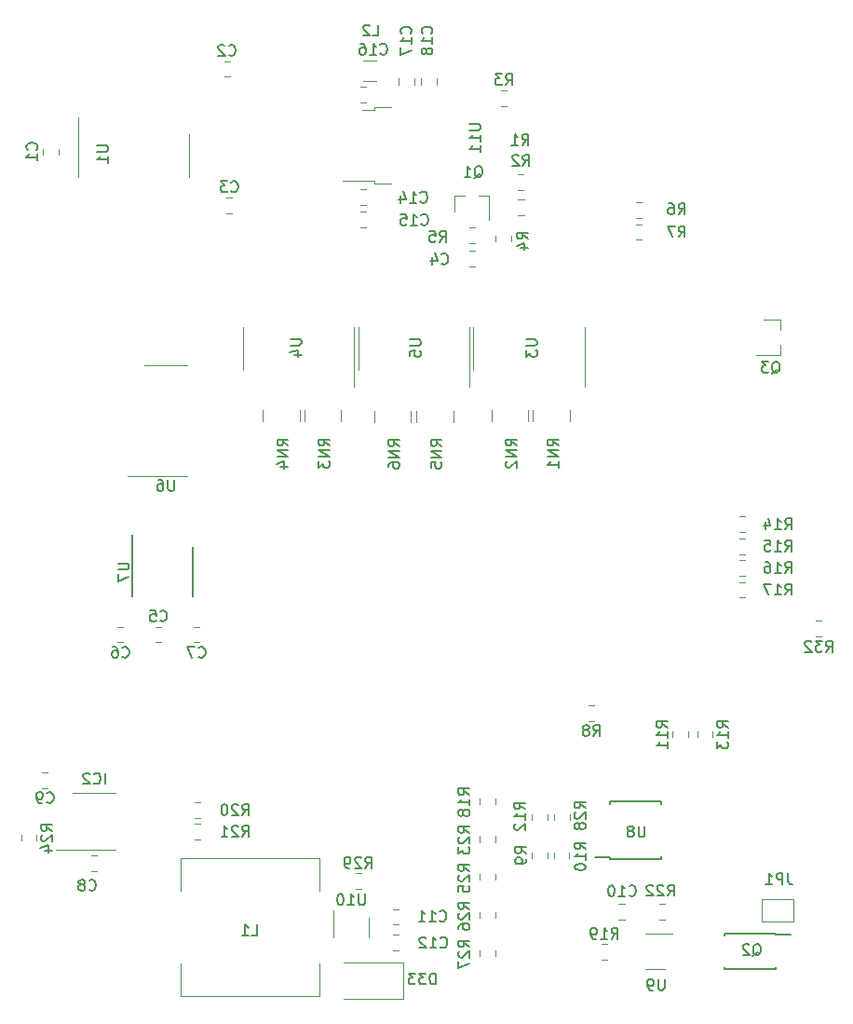
<source format=gbr>
G04 #@! TF.GenerationSoftware,KiCad,Pcbnew,(5.1.5)-3*
G04 #@! TF.CreationDate,2020-05-04T23:08:05+02:00*
G04 #@! TF.ProjectId,TrackRay_H01,54726163-6b52-4617-995f-4830312e6b69,rev?*
G04 #@! TF.SameCoordinates,Original*
G04 #@! TF.FileFunction,Legend,Bot*
G04 #@! TF.FilePolarity,Positive*
%FSLAX46Y46*%
G04 Gerber Fmt 4.6, Leading zero omitted, Abs format (unit mm)*
G04 Created by KiCad (PCBNEW (5.1.5)-3) date 2020-05-04 23:08:05*
%MOMM*%
%LPD*%
G04 APERTURE LIST*
%ADD10C,0.120000*%
%ADD11C,0.150000*%
G04 APERTURE END LIST*
D10*
X74566422Y-58715000D02*
X75083578Y-58715000D01*
X74566422Y-60135000D02*
X75083578Y-60135000D01*
X34405000Y-12320000D02*
X33305000Y-12320000D01*
X34405000Y-12050000D02*
X34405000Y-12320000D01*
X35905000Y-12050000D02*
X34405000Y-12050000D01*
X34405000Y-18680000D02*
X31575000Y-18680000D01*
X34405000Y-18950000D02*
X34405000Y-18680000D01*
X35905000Y-18950000D02*
X34405000Y-18950000D01*
X72475000Y-84025000D02*
X69675000Y-84025000D01*
X69675000Y-84025000D02*
X69675000Y-86025000D01*
X69675000Y-86025000D02*
X72475000Y-86025000D01*
X72475000Y-86025000D02*
X72475000Y-84025000D01*
D11*
X55866400Y-80224000D02*
X54516400Y-80224000D01*
X55866400Y-75099000D02*
X60516400Y-75099000D01*
X55866400Y-80349000D02*
X60516400Y-80349000D01*
X55866400Y-75099000D02*
X55866400Y-75324000D01*
X60516400Y-75099000D02*
X60516400Y-75324000D01*
X60516400Y-80349000D02*
X60516400Y-80124000D01*
X55866400Y-80349000D02*
X55866400Y-80224000D01*
D10*
X36139622Y-84888000D02*
X36656778Y-84888000D01*
X36139622Y-86308000D02*
X36656778Y-86308000D01*
X36114222Y-87199400D02*
X36631378Y-87199400D01*
X36114222Y-88619400D02*
X36631378Y-88619400D01*
X2287200Y-78693778D02*
X2287200Y-78176622D01*
X3707200Y-78693778D02*
X3707200Y-78176622D01*
X60837578Y-85876200D02*
X60320422Y-85876200D01*
X60837578Y-84456200D02*
X60320422Y-84456200D01*
X55579778Y-89508400D02*
X55062622Y-89508400D01*
X55579778Y-88088400D02*
X55062622Y-88088400D01*
X71305200Y-31353600D02*
X69845200Y-31353600D01*
X71305200Y-34513600D02*
X69145200Y-34513600D01*
X71305200Y-34513600D02*
X71305200Y-33583600D01*
X71305200Y-31353600D02*
X71305200Y-32283600D01*
X33408536Y-7827600D02*
X34612664Y-7827600D01*
X33408536Y-9647600D02*
X34612664Y-9647600D01*
X29388600Y-92837800D02*
X29388600Y-89837800D01*
X16788600Y-92837800D02*
X29388600Y-92837800D01*
X16788600Y-89837800D02*
X16788600Y-92837800D01*
X16788600Y-80237800D02*
X16788600Y-83237800D01*
X29388600Y-80237800D02*
X16788600Y-80237800D01*
X29388600Y-83237800D02*
X29388600Y-80237800D01*
X30724200Y-87488600D02*
X30724200Y-85038600D01*
X33944200Y-85688600D02*
X33944200Y-87488600D01*
X59069400Y-87137600D02*
X61519400Y-87137600D01*
X60869400Y-90357600D02*
X59069400Y-90357600D01*
D11*
X12364200Y-50879400D02*
X12364200Y-56504400D01*
X17914200Y-52004400D02*
X17914200Y-56504400D01*
D10*
X15468600Y-45598400D02*
X12018600Y-45598400D01*
X15468600Y-45598400D02*
X17418600Y-45598400D01*
X15468600Y-35478400D02*
X13518600Y-35478400D01*
X15468600Y-35478400D02*
X17418600Y-35478400D01*
X32938400Y-33959800D02*
X32938400Y-32009800D01*
X32938400Y-33959800D02*
X32938400Y-35909800D01*
X43058400Y-33959800D02*
X43058400Y-32009800D01*
X43058400Y-33959800D02*
X43058400Y-37409800D01*
X22448200Y-33948600D02*
X22448200Y-31998600D01*
X22448200Y-33948600D02*
X22448200Y-35898600D01*
X32568200Y-33948600D02*
X32568200Y-31998600D01*
X32568200Y-33948600D02*
X32568200Y-37398600D01*
X43403200Y-33959800D02*
X43403200Y-32009800D01*
X43403200Y-33959800D02*
X43403200Y-35909800D01*
X53523200Y-33959800D02*
X53523200Y-32009800D01*
X53523200Y-33959800D02*
X53523200Y-37409800D01*
X7462200Y-16433800D02*
X7462200Y-12983800D01*
X7462200Y-16433800D02*
X7462200Y-18383800D01*
X17582200Y-16433800D02*
X17582200Y-14483800D01*
X17582200Y-16433800D02*
X17582200Y-18383800D01*
X34388000Y-39632000D02*
X34388000Y-40632000D01*
X37748000Y-39632000D02*
X37748000Y-40632000D01*
X38223400Y-39632000D02*
X38223400Y-40632000D01*
X41583400Y-39632000D02*
X41583400Y-40632000D01*
X24253400Y-39581200D02*
X24253400Y-40581200D01*
X27613400Y-39581200D02*
X27613400Y-40581200D01*
X28038000Y-39581200D02*
X28038000Y-40581200D01*
X31398000Y-39581200D02*
X31398000Y-40581200D01*
X45056000Y-39581200D02*
X45056000Y-40581200D01*
X48416000Y-39581200D02*
X48416000Y-40581200D01*
X48840600Y-39581200D02*
X48840600Y-40581200D01*
X52200600Y-39581200D02*
X52200600Y-40581200D01*
X33202378Y-83082200D02*
X32685222Y-83082200D01*
X33202378Y-81662200D02*
X32685222Y-81662200D01*
X48743800Y-76791078D02*
X48743800Y-76273922D01*
X50163800Y-76791078D02*
X50163800Y-76273922D01*
X43968600Y-89156278D02*
X43968600Y-88639122D01*
X45388600Y-89156278D02*
X45388600Y-88639122D01*
X43968600Y-85701878D02*
X43968600Y-85184722D01*
X45388600Y-85701878D02*
X45388600Y-85184722D01*
X43968600Y-82249778D02*
X43968600Y-81732622D01*
X45388600Y-82249778D02*
X45388600Y-81732622D01*
X43968600Y-78795378D02*
X43968600Y-78278222D01*
X45388600Y-78795378D02*
X45388600Y-78278222D01*
X18052522Y-77166400D02*
X18569678Y-77166400D01*
X18052522Y-78586400D02*
X18569678Y-78586400D01*
X18052522Y-75210600D02*
X18569678Y-75210600D01*
X18052522Y-76630600D02*
X18569678Y-76630600D01*
X43968600Y-75340978D02*
X43968600Y-74823822D01*
X45388600Y-75340978D02*
X45388600Y-74823822D01*
X68152778Y-56590000D02*
X67635622Y-56590000D01*
X68152778Y-55170000D02*
X67635622Y-55170000D01*
X68152778Y-54608800D02*
X67635622Y-54608800D01*
X68152778Y-53188800D02*
X67635622Y-53188800D01*
X68152778Y-52627600D02*
X67635622Y-52627600D01*
X68152778Y-51207600D02*
X67635622Y-51207600D01*
X68152778Y-50646400D02*
X67635622Y-50646400D01*
X68152778Y-49226400D02*
X67635622Y-49226400D01*
X63755200Y-69298078D02*
X63755200Y-68780922D01*
X65175200Y-69298078D02*
X65175200Y-68780922D01*
X52170400Y-76273922D02*
X52170400Y-76791078D01*
X50750400Y-76273922D02*
X50750400Y-76791078D01*
X62965400Y-68778622D02*
X62965400Y-69295778D01*
X61545400Y-68778622D02*
X61545400Y-69295778D01*
X52150600Y-79745022D02*
X52150600Y-80262178D01*
X50730600Y-79745022D02*
X50730600Y-80262178D01*
X50138400Y-79751422D02*
X50138400Y-80268578D01*
X48718400Y-79751422D02*
X48718400Y-80268578D01*
X53896522Y-66371400D02*
X54413678Y-66371400D01*
X53896522Y-67791400D02*
X54413678Y-67791400D01*
X58703978Y-24078000D02*
X58186822Y-24078000D01*
X58703978Y-22658000D02*
X58186822Y-22658000D01*
X58703978Y-22071400D02*
X58186822Y-22071400D01*
X58703978Y-20651400D02*
X58186822Y-20651400D01*
X43025322Y-22988200D02*
X43542478Y-22988200D01*
X43025322Y-24408200D02*
X43542478Y-24408200D01*
X45416400Y-24261578D02*
X45416400Y-23744422D01*
X46836400Y-24261578D02*
X46836400Y-23744422D01*
X46448478Y-11924100D02*
X45931322Y-11924100D01*
X46448478Y-10504100D02*
X45931322Y-10504100D01*
X48010578Y-21817400D02*
X47493422Y-21817400D01*
X48010578Y-20397400D02*
X47493422Y-20397400D01*
X47972478Y-19569500D02*
X47455322Y-19569500D01*
X47972478Y-18149500D02*
X47455322Y-18149500D01*
D11*
X70905000Y-87197200D02*
X72255000Y-87197200D01*
X70905000Y-90347200D02*
X66255000Y-90347200D01*
X70905000Y-87097200D02*
X66255000Y-87097200D01*
X70905000Y-90347200D02*
X70905000Y-90147200D01*
X66255000Y-90347200D02*
X66255000Y-90147200D01*
X66255000Y-87097200D02*
X66255000Y-87297200D01*
X70905000Y-87097200D02*
X70905000Y-87197200D01*
D10*
X41701600Y-20093400D02*
X41701600Y-21553400D01*
X44861600Y-20093400D02*
X44861600Y-22253400D01*
X44861600Y-20093400D02*
X43931600Y-20093400D01*
X41701600Y-20093400D02*
X42631600Y-20093400D01*
X8940800Y-79471200D02*
X5490800Y-79471200D01*
X8940800Y-79471200D02*
X10890800Y-79471200D01*
X8940800Y-74351200D02*
X6990800Y-74351200D01*
X8940800Y-74351200D02*
X10890800Y-74351200D01*
X37004200Y-89764600D02*
X31604200Y-89764600D01*
X37004200Y-93064600D02*
X31604200Y-93064600D01*
X37004200Y-89764600D02*
X37004200Y-93064600D01*
X40054600Y-9444222D02*
X40054600Y-9961378D01*
X38634600Y-9444222D02*
X38634600Y-9961378D01*
X38048000Y-9444222D02*
X38048000Y-9961378D01*
X36628000Y-9444222D02*
X36628000Y-9961378D01*
X33142422Y-10186600D02*
X33659578Y-10186600D01*
X33142422Y-11606600D02*
X33659578Y-11606600D01*
X33142422Y-21489600D02*
X33659578Y-21489600D01*
X33142422Y-22909600D02*
X33659578Y-22909600D01*
X33142422Y-19483000D02*
X33659578Y-19483000D01*
X33142422Y-20903000D02*
X33659578Y-20903000D01*
X56637422Y-84456200D02*
X57154578Y-84456200D01*
X56637422Y-85876200D02*
X57154578Y-85876200D01*
X4211822Y-72467400D02*
X4728978Y-72467400D01*
X4211822Y-73887400D02*
X4728978Y-73887400D01*
X9173978Y-81456600D02*
X8656822Y-81456600D01*
X9173978Y-80036600D02*
X8656822Y-80036600D01*
X18006322Y-59234000D02*
X18523478Y-59234000D01*
X18006322Y-60654000D02*
X18523478Y-60654000D01*
X11069822Y-59234000D02*
X11586978Y-59234000D01*
X11069822Y-60654000D02*
X11586978Y-60654000D01*
X15041378Y-60654000D02*
X14524222Y-60654000D01*
X15041378Y-59234000D02*
X14524222Y-59234000D01*
X43540178Y-26465600D02*
X43023022Y-26465600D01*
X43540178Y-25045600D02*
X43023022Y-25045600D01*
X21492978Y-21665000D02*
X20975822Y-21665000D01*
X21492978Y-20245000D02*
X20975822Y-20245000D01*
X21264378Y-9269800D02*
X20747222Y-9269800D01*
X21264378Y-7849800D02*
X20747222Y-7849800D01*
X4315000Y-16333578D02*
X4315000Y-15816422D01*
X5735000Y-16333578D02*
X5735000Y-15816422D01*
D11*
X75467857Y-61527380D02*
X75801190Y-61051190D01*
X76039285Y-61527380D02*
X76039285Y-60527380D01*
X75658333Y-60527380D01*
X75563095Y-60575000D01*
X75515476Y-60622619D01*
X75467857Y-60717857D01*
X75467857Y-60860714D01*
X75515476Y-60955952D01*
X75563095Y-61003571D01*
X75658333Y-61051190D01*
X76039285Y-61051190D01*
X75134523Y-60527380D02*
X74515476Y-60527380D01*
X74848809Y-60908333D01*
X74705952Y-60908333D01*
X74610714Y-60955952D01*
X74563095Y-61003571D01*
X74515476Y-61098809D01*
X74515476Y-61336904D01*
X74563095Y-61432142D01*
X74610714Y-61479761D01*
X74705952Y-61527380D01*
X74991666Y-61527380D01*
X75086904Y-61479761D01*
X75134523Y-61432142D01*
X74134523Y-60622619D02*
X74086904Y-60575000D01*
X73991666Y-60527380D01*
X73753571Y-60527380D01*
X73658333Y-60575000D01*
X73610714Y-60622619D01*
X73563095Y-60717857D01*
X73563095Y-60813095D01*
X73610714Y-60955952D01*
X74182142Y-61527380D01*
X73563095Y-61527380D01*
X43064180Y-13570104D02*
X43873704Y-13570104D01*
X43968942Y-13617723D01*
X44016561Y-13665342D01*
X44064180Y-13760580D01*
X44064180Y-13951057D01*
X44016561Y-14046295D01*
X43968942Y-14093914D01*
X43873704Y-14141533D01*
X43064180Y-14141533D01*
X44064180Y-15141533D02*
X44064180Y-14570104D01*
X44064180Y-14855819D02*
X43064180Y-14855819D01*
X43207038Y-14760580D01*
X43302276Y-14665342D01*
X43349895Y-14570104D01*
X44064180Y-16093914D02*
X44064180Y-15522485D01*
X44064180Y-15808200D02*
X43064180Y-15808200D01*
X43207038Y-15712961D01*
X43302276Y-15617723D01*
X43349895Y-15522485D01*
X72008333Y-81652380D02*
X72008333Y-82366666D01*
X72055952Y-82509523D01*
X72151190Y-82604761D01*
X72294047Y-82652380D01*
X72389285Y-82652380D01*
X71532142Y-82652380D02*
X71532142Y-81652380D01*
X71151190Y-81652380D01*
X71055952Y-81700000D01*
X71008333Y-81747619D01*
X70960714Y-81842857D01*
X70960714Y-81985714D01*
X71008333Y-82080952D01*
X71055952Y-82128571D01*
X71151190Y-82176190D01*
X71532142Y-82176190D01*
X70008333Y-82652380D02*
X70579761Y-82652380D01*
X70294047Y-82652380D02*
X70294047Y-81652380D01*
X70389285Y-81795238D01*
X70484523Y-81890476D01*
X70579761Y-81938095D01*
X59004104Y-77354180D02*
X59004104Y-78163704D01*
X58956485Y-78258942D01*
X58908866Y-78306561D01*
X58813628Y-78354180D01*
X58623152Y-78354180D01*
X58527914Y-78306561D01*
X58480295Y-78258942D01*
X58432676Y-78163704D01*
X58432676Y-77354180D01*
X57813628Y-77782752D02*
X57908866Y-77735133D01*
X57956485Y-77687514D01*
X58004104Y-77592276D01*
X58004104Y-77544657D01*
X57956485Y-77449419D01*
X57908866Y-77401800D01*
X57813628Y-77354180D01*
X57623152Y-77354180D01*
X57527914Y-77401800D01*
X57480295Y-77449419D01*
X57432676Y-77544657D01*
X57432676Y-77592276D01*
X57480295Y-77687514D01*
X57527914Y-77735133D01*
X57623152Y-77782752D01*
X57813628Y-77782752D01*
X57908866Y-77830371D01*
X57956485Y-77877990D01*
X58004104Y-77973228D01*
X58004104Y-78163704D01*
X57956485Y-78258942D01*
X57908866Y-78306561D01*
X57813628Y-78354180D01*
X57623152Y-78354180D01*
X57527914Y-78306561D01*
X57480295Y-78258942D01*
X57432676Y-78163704D01*
X57432676Y-77973228D01*
X57480295Y-77877990D01*
X57527914Y-77830371D01*
X57623152Y-77782752D01*
X40355757Y-85942442D02*
X40403376Y-85990061D01*
X40546233Y-86037680D01*
X40641471Y-86037680D01*
X40784328Y-85990061D01*
X40879566Y-85894823D01*
X40927185Y-85799585D01*
X40974804Y-85609109D01*
X40974804Y-85466252D01*
X40927185Y-85275776D01*
X40879566Y-85180538D01*
X40784328Y-85085300D01*
X40641471Y-85037680D01*
X40546233Y-85037680D01*
X40403376Y-85085300D01*
X40355757Y-85132919D01*
X39403376Y-86037680D02*
X39974804Y-86037680D01*
X39689090Y-86037680D02*
X39689090Y-85037680D01*
X39784328Y-85180538D01*
X39879566Y-85275776D01*
X39974804Y-85323395D01*
X38450995Y-86037680D02*
X39022423Y-86037680D01*
X38736709Y-86037680D02*
X38736709Y-85037680D01*
X38831947Y-85180538D01*
X38927185Y-85275776D01*
X39022423Y-85323395D01*
X40419257Y-88330042D02*
X40466876Y-88377661D01*
X40609733Y-88425280D01*
X40704971Y-88425280D01*
X40847828Y-88377661D01*
X40943066Y-88282423D01*
X40990685Y-88187185D01*
X41038304Y-87996709D01*
X41038304Y-87853852D01*
X40990685Y-87663376D01*
X40943066Y-87568138D01*
X40847828Y-87472900D01*
X40704971Y-87425280D01*
X40609733Y-87425280D01*
X40466876Y-87472900D01*
X40419257Y-87520519D01*
X39466876Y-88425280D02*
X40038304Y-88425280D01*
X39752590Y-88425280D02*
X39752590Y-87425280D01*
X39847828Y-87568138D01*
X39943066Y-87663376D01*
X40038304Y-87710995D01*
X39085923Y-87520519D02*
X39038304Y-87472900D01*
X38943066Y-87425280D01*
X38704971Y-87425280D01*
X38609733Y-87472900D01*
X38562114Y-87520519D01*
X38514495Y-87615757D01*
X38514495Y-87710995D01*
X38562114Y-87853852D01*
X39133542Y-88425280D01*
X38514495Y-88425280D01*
X5099580Y-77792342D02*
X4623390Y-77459009D01*
X5099580Y-77220914D02*
X4099580Y-77220914D01*
X4099580Y-77601866D01*
X4147200Y-77697104D01*
X4194819Y-77744723D01*
X4290057Y-77792342D01*
X4432914Y-77792342D01*
X4528152Y-77744723D01*
X4575771Y-77697104D01*
X4623390Y-77601866D01*
X4623390Y-77220914D01*
X4194819Y-78173295D02*
X4147200Y-78220914D01*
X4099580Y-78316152D01*
X4099580Y-78554247D01*
X4147200Y-78649485D01*
X4194819Y-78697104D01*
X4290057Y-78744723D01*
X4385295Y-78744723D01*
X4528152Y-78697104D01*
X5099580Y-78125676D01*
X5099580Y-78744723D01*
X4432914Y-79601866D02*
X5099580Y-79601866D01*
X4051961Y-79363771D02*
X4766247Y-79125676D01*
X4766247Y-79744723D01*
X61082157Y-83688180D02*
X61415490Y-83211990D01*
X61653585Y-83688180D02*
X61653585Y-82688180D01*
X61272633Y-82688180D01*
X61177395Y-82735800D01*
X61129776Y-82783419D01*
X61082157Y-82878657D01*
X61082157Y-83021514D01*
X61129776Y-83116752D01*
X61177395Y-83164371D01*
X61272633Y-83211990D01*
X61653585Y-83211990D01*
X60701204Y-82783419D02*
X60653585Y-82735800D01*
X60558347Y-82688180D01*
X60320252Y-82688180D01*
X60225014Y-82735800D01*
X60177395Y-82783419D01*
X60129776Y-82878657D01*
X60129776Y-82973895D01*
X60177395Y-83116752D01*
X60748823Y-83688180D01*
X60129776Y-83688180D01*
X59748823Y-82783419D02*
X59701204Y-82735800D01*
X59605966Y-82688180D01*
X59367871Y-82688180D01*
X59272633Y-82735800D01*
X59225014Y-82783419D01*
X59177395Y-82878657D01*
X59177395Y-82973895D01*
X59225014Y-83116752D01*
X59796442Y-83688180D01*
X59177395Y-83688180D01*
X55964057Y-87600780D02*
X56297390Y-87124590D01*
X56535485Y-87600780D02*
X56535485Y-86600780D01*
X56154533Y-86600780D01*
X56059295Y-86648400D01*
X56011676Y-86696019D01*
X55964057Y-86791257D01*
X55964057Y-86934114D01*
X56011676Y-87029352D01*
X56059295Y-87076971D01*
X56154533Y-87124590D01*
X56535485Y-87124590D01*
X55011676Y-87600780D02*
X55583104Y-87600780D01*
X55297390Y-87600780D02*
X55297390Y-86600780D01*
X55392628Y-86743638D01*
X55487866Y-86838876D01*
X55583104Y-86886495D01*
X54535485Y-87600780D02*
X54345009Y-87600780D01*
X54249771Y-87553161D01*
X54202152Y-87505542D01*
X54106914Y-87362685D01*
X54059295Y-87172209D01*
X54059295Y-86791257D01*
X54106914Y-86696019D01*
X54154533Y-86648400D01*
X54249771Y-86600780D01*
X54440247Y-86600780D01*
X54535485Y-86648400D01*
X54583104Y-86696019D01*
X54630723Y-86791257D01*
X54630723Y-87029352D01*
X54583104Y-87124590D01*
X54535485Y-87172209D01*
X54440247Y-87219828D01*
X54249771Y-87219828D01*
X54154533Y-87172209D01*
X54106914Y-87124590D01*
X54059295Y-87029352D01*
X70542138Y-36234619D02*
X70637376Y-36187000D01*
X70732614Y-36091761D01*
X70875471Y-35948904D01*
X70970709Y-35901285D01*
X71065947Y-35901285D01*
X71018328Y-36139380D02*
X71113566Y-36091761D01*
X71208804Y-35996523D01*
X71256423Y-35806047D01*
X71256423Y-35472714D01*
X71208804Y-35282238D01*
X71113566Y-35187000D01*
X71018328Y-35139380D01*
X70827852Y-35139380D01*
X70732614Y-35187000D01*
X70637376Y-35282238D01*
X70589757Y-35472714D01*
X70589757Y-35806047D01*
X70637376Y-35996523D01*
X70732614Y-36091761D01*
X70827852Y-36139380D01*
X71018328Y-36139380D01*
X70256423Y-35139380D02*
X69637376Y-35139380D01*
X69970709Y-35520333D01*
X69827852Y-35520333D01*
X69732614Y-35567952D01*
X69684995Y-35615571D01*
X69637376Y-35710809D01*
X69637376Y-35948904D01*
X69684995Y-36044142D01*
X69732614Y-36091761D01*
X69827852Y-36139380D01*
X70113566Y-36139380D01*
X70208804Y-36091761D01*
X70256423Y-36044142D01*
X34253466Y-5545080D02*
X34729657Y-5545080D01*
X34729657Y-4545080D01*
X33967752Y-4640319D02*
X33920133Y-4592700D01*
X33824895Y-4545080D01*
X33586800Y-4545080D01*
X33491561Y-4592700D01*
X33443942Y-4640319D01*
X33396323Y-4735557D01*
X33396323Y-4830795D01*
X33443942Y-4973652D01*
X34015371Y-5545080D01*
X33396323Y-5545080D01*
X23255266Y-87294980D02*
X23731457Y-87294980D01*
X23731457Y-86294980D01*
X22398123Y-87294980D02*
X22969552Y-87294980D01*
X22683838Y-87294980D02*
X22683838Y-86294980D01*
X22779076Y-86437838D01*
X22874314Y-86533076D01*
X22969552Y-86580695D01*
X33572295Y-83513680D02*
X33572295Y-84323204D01*
X33524676Y-84418442D01*
X33477057Y-84466061D01*
X33381819Y-84513680D01*
X33191342Y-84513680D01*
X33096104Y-84466061D01*
X33048485Y-84418442D01*
X33000866Y-84323204D01*
X33000866Y-83513680D01*
X32000866Y-84513680D02*
X32572295Y-84513680D01*
X32286580Y-84513680D02*
X32286580Y-83513680D01*
X32381819Y-83656538D01*
X32477057Y-83751776D01*
X32572295Y-83799395D01*
X31381819Y-83513680D02*
X31286580Y-83513680D01*
X31191342Y-83561300D01*
X31143723Y-83608919D01*
X31096104Y-83704157D01*
X31048485Y-83894633D01*
X31048485Y-84132728D01*
X31096104Y-84323204D01*
X31143723Y-84418442D01*
X31191342Y-84466061D01*
X31286580Y-84513680D01*
X31381819Y-84513680D01*
X31477057Y-84466061D01*
X31524676Y-84418442D01*
X31572295Y-84323204D01*
X31619914Y-84132728D01*
X31619914Y-83894633D01*
X31572295Y-83704157D01*
X31524676Y-83608919D01*
X31477057Y-83561300D01*
X31381819Y-83513680D01*
X60794804Y-91260680D02*
X60794804Y-92070204D01*
X60747185Y-92165442D01*
X60699566Y-92213061D01*
X60604328Y-92260680D01*
X60413852Y-92260680D01*
X60318614Y-92213061D01*
X60270995Y-92165442D01*
X60223376Y-92070204D01*
X60223376Y-91260680D01*
X59699566Y-92260680D02*
X59509090Y-92260680D01*
X59413852Y-92213061D01*
X59366233Y-92165442D01*
X59270995Y-92022585D01*
X59223376Y-91832109D01*
X59223376Y-91451157D01*
X59270995Y-91355919D01*
X59318614Y-91308300D01*
X59413852Y-91260680D01*
X59604328Y-91260680D01*
X59699566Y-91308300D01*
X59747185Y-91355919D01*
X59794804Y-91451157D01*
X59794804Y-91689252D01*
X59747185Y-91784490D01*
X59699566Y-91832109D01*
X59604328Y-91879728D01*
X59413852Y-91879728D01*
X59318614Y-91832109D01*
X59270995Y-91784490D01*
X59223376Y-91689252D01*
X11091580Y-53492495D02*
X11901104Y-53492495D01*
X11996342Y-53540114D01*
X12043961Y-53587733D01*
X12091580Y-53682971D01*
X12091580Y-53873447D01*
X12043961Y-53968685D01*
X11996342Y-54016304D01*
X11901104Y-54063923D01*
X11091580Y-54063923D01*
X11091580Y-54444876D02*
X11091580Y-55111542D01*
X12091580Y-54682971D01*
X16230504Y-45890780D02*
X16230504Y-46700304D01*
X16182885Y-46795542D01*
X16135266Y-46843161D01*
X16040028Y-46890780D01*
X15849552Y-46890780D01*
X15754314Y-46843161D01*
X15706695Y-46795542D01*
X15659076Y-46700304D01*
X15659076Y-45890780D01*
X14754314Y-45890780D02*
X14944790Y-45890780D01*
X15040028Y-45938400D01*
X15087647Y-45986019D01*
X15182885Y-46128876D01*
X15230504Y-46319352D01*
X15230504Y-46700304D01*
X15182885Y-46795542D01*
X15135266Y-46843161D01*
X15040028Y-46890780D01*
X14849552Y-46890780D01*
X14754314Y-46843161D01*
X14706695Y-46795542D01*
X14659076Y-46700304D01*
X14659076Y-46462209D01*
X14706695Y-46366971D01*
X14754314Y-46319352D01*
X14849552Y-46271733D01*
X15040028Y-46271733D01*
X15135266Y-46319352D01*
X15182885Y-46366971D01*
X15230504Y-46462209D01*
X37641280Y-33134395D02*
X38450804Y-33134395D01*
X38546042Y-33182014D01*
X38593661Y-33229633D01*
X38641280Y-33324871D01*
X38641280Y-33515347D01*
X38593661Y-33610585D01*
X38546042Y-33658204D01*
X38450804Y-33705823D01*
X37641280Y-33705823D01*
X37641280Y-34658204D02*
X37641280Y-34182014D01*
X38117471Y-34134395D01*
X38069852Y-34182014D01*
X38022233Y-34277252D01*
X38022233Y-34515347D01*
X38069852Y-34610585D01*
X38117471Y-34658204D01*
X38212709Y-34705823D01*
X38450804Y-34705823D01*
X38546042Y-34658204D01*
X38593661Y-34610585D01*
X38641280Y-34515347D01*
X38641280Y-34277252D01*
X38593661Y-34182014D01*
X38546042Y-34134395D01*
X26770080Y-33096295D02*
X27579604Y-33096295D01*
X27674842Y-33143914D01*
X27722461Y-33191533D01*
X27770080Y-33286771D01*
X27770080Y-33477247D01*
X27722461Y-33572485D01*
X27674842Y-33620104D01*
X27579604Y-33667723D01*
X26770080Y-33667723D01*
X27103414Y-34572485D02*
X27770080Y-34572485D01*
X26722461Y-34334390D02*
X27436747Y-34096295D01*
X27436747Y-34715342D01*
X48194980Y-33134395D02*
X49004504Y-33134395D01*
X49099742Y-33182014D01*
X49147361Y-33229633D01*
X49194980Y-33324871D01*
X49194980Y-33515347D01*
X49147361Y-33610585D01*
X49099742Y-33658204D01*
X49004504Y-33705823D01*
X48194980Y-33705823D01*
X48194980Y-34086776D02*
X48194980Y-34705823D01*
X48575933Y-34372490D01*
X48575933Y-34515347D01*
X48623552Y-34610585D01*
X48671171Y-34658204D01*
X48766409Y-34705823D01*
X49004504Y-34705823D01*
X49099742Y-34658204D01*
X49147361Y-34610585D01*
X49194980Y-34515347D01*
X49194980Y-34229633D01*
X49147361Y-34134395D01*
X49099742Y-34086776D01*
X9205980Y-15519495D02*
X10015504Y-15519495D01*
X10110742Y-15567114D01*
X10158361Y-15614733D01*
X10205980Y-15709971D01*
X10205980Y-15900447D01*
X10158361Y-15995685D01*
X10110742Y-16043304D01*
X10015504Y-16090923D01*
X9205980Y-16090923D01*
X10205980Y-17090923D02*
X10205980Y-16519495D01*
X10205980Y-16805209D02*
X9205980Y-16805209D01*
X9348838Y-16709971D01*
X9444076Y-16614733D01*
X9491695Y-16519495D01*
X36704180Y-42845123D02*
X36227990Y-42511790D01*
X36704180Y-42273695D02*
X35704180Y-42273695D01*
X35704180Y-42654647D01*
X35751800Y-42749885D01*
X35799419Y-42797504D01*
X35894657Y-42845123D01*
X36037514Y-42845123D01*
X36132752Y-42797504D01*
X36180371Y-42749885D01*
X36227990Y-42654647D01*
X36227990Y-42273695D01*
X36704180Y-43273695D02*
X35704180Y-43273695D01*
X36704180Y-43845123D01*
X35704180Y-43845123D01*
X35704180Y-44749885D02*
X35704180Y-44559409D01*
X35751800Y-44464171D01*
X35799419Y-44416552D01*
X35942276Y-44321314D01*
X36132752Y-44273695D01*
X36513704Y-44273695D01*
X36608942Y-44321314D01*
X36656561Y-44368933D01*
X36704180Y-44464171D01*
X36704180Y-44654647D01*
X36656561Y-44749885D01*
X36608942Y-44797504D01*
X36513704Y-44845123D01*
X36275609Y-44845123D01*
X36180371Y-44797504D01*
X36132752Y-44749885D01*
X36085133Y-44654647D01*
X36085133Y-44464171D01*
X36132752Y-44368933D01*
X36180371Y-44321314D01*
X36275609Y-44273695D01*
X40539580Y-42845123D02*
X40063390Y-42511790D01*
X40539580Y-42273695D02*
X39539580Y-42273695D01*
X39539580Y-42654647D01*
X39587200Y-42749885D01*
X39634819Y-42797504D01*
X39730057Y-42845123D01*
X39872914Y-42845123D01*
X39968152Y-42797504D01*
X40015771Y-42749885D01*
X40063390Y-42654647D01*
X40063390Y-42273695D01*
X40539580Y-43273695D02*
X39539580Y-43273695D01*
X40539580Y-43845123D01*
X39539580Y-43845123D01*
X39539580Y-44797504D02*
X39539580Y-44321314D01*
X40015771Y-44273695D01*
X39968152Y-44321314D01*
X39920533Y-44416552D01*
X39920533Y-44654647D01*
X39968152Y-44749885D01*
X40015771Y-44797504D01*
X40111009Y-44845123D01*
X40349104Y-44845123D01*
X40444342Y-44797504D01*
X40491961Y-44749885D01*
X40539580Y-44654647D01*
X40539580Y-44416552D01*
X40491961Y-44321314D01*
X40444342Y-44273695D01*
X26569580Y-42794323D02*
X26093390Y-42460990D01*
X26569580Y-42222895D02*
X25569580Y-42222895D01*
X25569580Y-42603847D01*
X25617200Y-42699085D01*
X25664819Y-42746704D01*
X25760057Y-42794323D01*
X25902914Y-42794323D01*
X25998152Y-42746704D01*
X26045771Y-42699085D01*
X26093390Y-42603847D01*
X26093390Y-42222895D01*
X26569580Y-43222895D02*
X25569580Y-43222895D01*
X26569580Y-43794323D01*
X25569580Y-43794323D01*
X25902914Y-44699085D02*
X26569580Y-44699085D01*
X25521961Y-44460990D02*
X26236247Y-44222895D01*
X26236247Y-44841942D01*
X30354180Y-42794323D02*
X29877990Y-42460990D01*
X30354180Y-42222895D02*
X29354180Y-42222895D01*
X29354180Y-42603847D01*
X29401800Y-42699085D01*
X29449419Y-42746704D01*
X29544657Y-42794323D01*
X29687514Y-42794323D01*
X29782752Y-42746704D01*
X29830371Y-42699085D01*
X29877990Y-42603847D01*
X29877990Y-42222895D01*
X30354180Y-43222895D02*
X29354180Y-43222895D01*
X30354180Y-43794323D01*
X29354180Y-43794323D01*
X29354180Y-44175276D02*
X29354180Y-44794323D01*
X29735133Y-44460990D01*
X29735133Y-44603847D01*
X29782752Y-44699085D01*
X29830371Y-44746704D01*
X29925609Y-44794323D01*
X30163704Y-44794323D01*
X30258942Y-44746704D01*
X30306561Y-44699085D01*
X30354180Y-44603847D01*
X30354180Y-44318133D01*
X30306561Y-44222895D01*
X30258942Y-44175276D01*
X47372180Y-42794323D02*
X46895990Y-42460990D01*
X47372180Y-42222895D02*
X46372180Y-42222895D01*
X46372180Y-42603847D01*
X46419800Y-42699085D01*
X46467419Y-42746704D01*
X46562657Y-42794323D01*
X46705514Y-42794323D01*
X46800752Y-42746704D01*
X46848371Y-42699085D01*
X46895990Y-42603847D01*
X46895990Y-42222895D01*
X47372180Y-43222895D02*
X46372180Y-43222895D01*
X47372180Y-43794323D01*
X46372180Y-43794323D01*
X46467419Y-44222895D02*
X46419800Y-44270514D01*
X46372180Y-44365752D01*
X46372180Y-44603847D01*
X46419800Y-44699085D01*
X46467419Y-44746704D01*
X46562657Y-44794323D01*
X46657895Y-44794323D01*
X46800752Y-44746704D01*
X47372180Y-44175276D01*
X47372180Y-44794323D01*
X51156780Y-42794323D02*
X50680590Y-42460990D01*
X51156780Y-42222895D02*
X50156780Y-42222895D01*
X50156780Y-42603847D01*
X50204400Y-42699085D01*
X50252019Y-42746704D01*
X50347257Y-42794323D01*
X50490114Y-42794323D01*
X50585352Y-42746704D01*
X50632971Y-42699085D01*
X50680590Y-42603847D01*
X50680590Y-42222895D01*
X51156780Y-43222895D02*
X50156780Y-43222895D01*
X51156780Y-43794323D01*
X50156780Y-43794323D01*
X51156780Y-44794323D02*
X51156780Y-44222895D01*
X51156780Y-44508609D02*
X50156780Y-44508609D01*
X50299638Y-44413371D01*
X50394876Y-44318133D01*
X50442495Y-44222895D01*
X33586657Y-81174580D02*
X33919990Y-80698390D01*
X34158085Y-81174580D02*
X34158085Y-80174580D01*
X33777133Y-80174580D01*
X33681895Y-80222200D01*
X33634276Y-80269819D01*
X33586657Y-80365057D01*
X33586657Y-80507914D01*
X33634276Y-80603152D01*
X33681895Y-80650771D01*
X33777133Y-80698390D01*
X34158085Y-80698390D01*
X33205704Y-80269819D02*
X33158085Y-80222200D01*
X33062847Y-80174580D01*
X32824752Y-80174580D01*
X32729514Y-80222200D01*
X32681895Y-80269819D01*
X32634276Y-80365057D01*
X32634276Y-80460295D01*
X32681895Y-80603152D01*
X33253323Y-81174580D01*
X32634276Y-81174580D01*
X32158085Y-81174580D02*
X31967609Y-81174580D01*
X31872371Y-81126961D01*
X31824752Y-81079342D01*
X31729514Y-80936485D01*
X31681895Y-80746009D01*
X31681895Y-80365057D01*
X31729514Y-80269819D01*
X31777133Y-80222200D01*
X31872371Y-80174580D01*
X32062847Y-80174580D01*
X32158085Y-80222200D01*
X32205704Y-80269819D01*
X32253323Y-80365057D01*
X32253323Y-80603152D01*
X32205704Y-80698390D01*
X32158085Y-80746009D01*
X32062847Y-80793628D01*
X31872371Y-80793628D01*
X31777133Y-80746009D01*
X31729514Y-80698390D01*
X31681895Y-80603152D01*
X53601880Y-75734942D02*
X53125690Y-75401609D01*
X53601880Y-75163514D02*
X52601880Y-75163514D01*
X52601880Y-75544466D01*
X52649500Y-75639704D01*
X52697119Y-75687323D01*
X52792357Y-75734942D01*
X52935214Y-75734942D01*
X53030452Y-75687323D01*
X53078071Y-75639704D01*
X53125690Y-75544466D01*
X53125690Y-75163514D01*
X52697119Y-76115895D02*
X52649500Y-76163514D01*
X52601880Y-76258752D01*
X52601880Y-76496847D01*
X52649500Y-76592085D01*
X52697119Y-76639704D01*
X52792357Y-76687323D01*
X52887595Y-76687323D01*
X53030452Y-76639704D01*
X53601880Y-76068276D01*
X53601880Y-76687323D01*
X53030452Y-77258752D02*
X52982833Y-77163514D01*
X52935214Y-77115895D01*
X52839976Y-77068276D01*
X52792357Y-77068276D01*
X52697119Y-77115895D01*
X52649500Y-77163514D01*
X52601880Y-77258752D01*
X52601880Y-77449228D01*
X52649500Y-77544466D01*
X52697119Y-77592085D01*
X52792357Y-77639704D01*
X52839976Y-77639704D01*
X52935214Y-77592085D01*
X52982833Y-77544466D01*
X53030452Y-77449228D01*
X53030452Y-77258752D01*
X53078071Y-77163514D01*
X53125690Y-77115895D01*
X53220928Y-77068276D01*
X53411404Y-77068276D01*
X53506642Y-77115895D01*
X53554261Y-77163514D01*
X53601880Y-77258752D01*
X53601880Y-77449228D01*
X53554261Y-77544466D01*
X53506642Y-77592085D01*
X53411404Y-77639704D01*
X53220928Y-77639704D01*
X53125690Y-77592085D01*
X53078071Y-77544466D01*
X53030452Y-77449228D01*
X43059880Y-88343742D02*
X42583690Y-88010409D01*
X43059880Y-87772314D02*
X42059880Y-87772314D01*
X42059880Y-88153266D01*
X42107500Y-88248504D01*
X42155119Y-88296123D01*
X42250357Y-88343742D01*
X42393214Y-88343742D01*
X42488452Y-88296123D01*
X42536071Y-88248504D01*
X42583690Y-88153266D01*
X42583690Y-87772314D01*
X42155119Y-88724695D02*
X42107500Y-88772314D01*
X42059880Y-88867552D01*
X42059880Y-89105647D01*
X42107500Y-89200885D01*
X42155119Y-89248504D01*
X42250357Y-89296123D01*
X42345595Y-89296123D01*
X42488452Y-89248504D01*
X43059880Y-88677076D01*
X43059880Y-89296123D01*
X42059880Y-89629457D02*
X42059880Y-90296123D01*
X43059880Y-89867552D01*
X43059880Y-84889342D02*
X42583690Y-84556009D01*
X43059880Y-84317914D02*
X42059880Y-84317914D01*
X42059880Y-84698866D01*
X42107500Y-84794104D01*
X42155119Y-84841723D01*
X42250357Y-84889342D01*
X42393214Y-84889342D01*
X42488452Y-84841723D01*
X42536071Y-84794104D01*
X42583690Y-84698866D01*
X42583690Y-84317914D01*
X42155119Y-85270295D02*
X42107500Y-85317914D01*
X42059880Y-85413152D01*
X42059880Y-85651247D01*
X42107500Y-85746485D01*
X42155119Y-85794104D01*
X42250357Y-85841723D01*
X42345595Y-85841723D01*
X42488452Y-85794104D01*
X43059880Y-85222676D01*
X43059880Y-85841723D01*
X42059880Y-86698866D02*
X42059880Y-86508390D01*
X42107500Y-86413152D01*
X42155119Y-86365533D01*
X42297976Y-86270295D01*
X42488452Y-86222676D01*
X42869404Y-86222676D01*
X42964642Y-86270295D01*
X43012261Y-86317914D01*
X43059880Y-86413152D01*
X43059880Y-86603628D01*
X43012261Y-86698866D01*
X42964642Y-86746485D01*
X42869404Y-86794104D01*
X42631309Y-86794104D01*
X42536071Y-86746485D01*
X42488452Y-86698866D01*
X42440833Y-86603628D01*
X42440833Y-86413152D01*
X42488452Y-86317914D01*
X42536071Y-86270295D01*
X42631309Y-86222676D01*
X43059880Y-81437242D02*
X42583690Y-81103909D01*
X43059880Y-80865814D02*
X42059880Y-80865814D01*
X42059880Y-81246766D01*
X42107500Y-81342004D01*
X42155119Y-81389623D01*
X42250357Y-81437242D01*
X42393214Y-81437242D01*
X42488452Y-81389623D01*
X42536071Y-81342004D01*
X42583690Y-81246766D01*
X42583690Y-80865814D01*
X42155119Y-81818195D02*
X42107500Y-81865814D01*
X42059880Y-81961052D01*
X42059880Y-82199147D01*
X42107500Y-82294385D01*
X42155119Y-82342004D01*
X42250357Y-82389623D01*
X42345595Y-82389623D01*
X42488452Y-82342004D01*
X43059880Y-81770576D01*
X43059880Y-82389623D01*
X42059880Y-83294385D02*
X42059880Y-82818195D01*
X42536071Y-82770576D01*
X42488452Y-82818195D01*
X42440833Y-82913433D01*
X42440833Y-83151528D01*
X42488452Y-83246766D01*
X42536071Y-83294385D01*
X42631309Y-83342004D01*
X42869404Y-83342004D01*
X42964642Y-83294385D01*
X43012261Y-83246766D01*
X43059880Y-83151528D01*
X43059880Y-82913433D01*
X43012261Y-82818195D01*
X42964642Y-82770576D01*
X43059880Y-77982842D02*
X42583690Y-77649509D01*
X43059880Y-77411414D02*
X42059880Y-77411414D01*
X42059880Y-77792366D01*
X42107500Y-77887604D01*
X42155119Y-77935223D01*
X42250357Y-77982842D01*
X42393214Y-77982842D01*
X42488452Y-77935223D01*
X42536071Y-77887604D01*
X42583690Y-77792366D01*
X42583690Y-77411414D01*
X42155119Y-78363795D02*
X42107500Y-78411414D01*
X42059880Y-78506652D01*
X42059880Y-78744747D01*
X42107500Y-78839985D01*
X42155119Y-78887604D01*
X42250357Y-78935223D01*
X42345595Y-78935223D01*
X42488452Y-78887604D01*
X43059880Y-78316176D01*
X43059880Y-78935223D01*
X42059880Y-79268557D02*
X42059880Y-79887604D01*
X42440833Y-79554271D01*
X42440833Y-79697128D01*
X42488452Y-79792366D01*
X42536071Y-79839985D01*
X42631309Y-79887604D01*
X42869404Y-79887604D01*
X42964642Y-79839985D01*
X43012261Y-79792366D01*
X43059880Y-79697128D01*
X43059880Y-79411414D01*
X43012261Y-79316176D01*
X42964642Y-79268557D01*
X22395657Y-78327780D02*
X22728990Y-77851590D01*
X22967085Y-78327780D02*
X22967085Y-77327780D01*
X22586133Y-77327780D01*
X22490895Y-77375400D01*
X22443276Y-77423019D01*
X22395657Y-77518257D01*
X22395657Y-77661114D01*
X22443276Y-77756352D01*
X22490895Y-77803971D01*
X22586133Y-77851590D01*
X22967085Y-77851590D01*
X22014704Y-77423019D02*
X21967085Y-77375400D01*
X21871847Y-77327780D01*
X21633752Y-77327780D01*
X21538514Y-77375400D01*
X21490895Y-77423019D01*
X21443276Y-77518257D01*
X21443276Y-77613495D01*
X21490895Y-77756352D01*
X22062323Y-78327780D01*
X21443276Y-78327780D01*
X20490895Y-78327780D02*
X21062323Y-78327780D01*
X20776609Y-78327780D02*
X20776609Y-77327780D01*
X20871847Y-77470638D01*
X20967085Y-77565876D01*
X21062323Y-77613495D01*
X22395657Y-76371980D02*
X22728990Y-75895790D01*
X22967085Y-76371980D02*
X22967085Y-75371980D01*
X22586133Y-75371980D01*
X22490895Y-75419600D01*
X22443276Y-75467219D01*
X22395657Y-75562457D01*
X22395657Y-75705314D01*
X22443276Y-75800552D01*
X22490895Y-75848171D01*
X22586133Y-75895790D01*
X22967085Y-75895790D01*
X22014704Y-75467219D02*
X21967085Y-75419600D01*
X21871847Y-75371980D01*
X21633752Y-75371980D01*
X21538514Y-75419600D01*
X21490895Y-75467219D01*
X21443276Y-75562457D01*
X21443276Y-75657695D01*
X21490895Y-75800552D01*
X22062323Y-76371980D01*
X21443276Y-76371980D01*
X20824228Y-75371980D02*
X20728990Y-75371980D01*
X20633752Y-75419600D01*
X20586133Y-75467219D01*
X20538514Y-75562457D01*
X20490895Y-75752933D01*
X20490895Y-75991028D01*
X20538514Y-76181504D01*
X20586133Y-76276742D01*
X20633752Y-76324361D01*
X20728990Y-76371980D01*
X20824228Y-76371980D01*
X20919466Y-76324361D01*
X20967085Y-76276742D01*
X21014704Y-76181504D01*
X21062323Y-75991028D01*
X21062323Y-75752933D01*
X21014704Y-75562457D01*
X20967085Y-75467219D01*
X20919466Y-75419600D01*
X20824228Y-75371980D01*
X43059880Y-74528442D02*
X42583690Y-74195109D01*
X43059880Y-73957014D02*
X42059880Y-73957014D01*
X42059880Y-74337966D01*
X42107500Y-74433204D01*
X42155119Y-74480823D01*
X42250357Y-74528442D01*
X42393214Y-74528442D01*
X42488452Y-74480823D01*
X42536071Y-74433204D01*
X42583690Y-74337966D01*
X42583690Y-73957014D01*
X43059880Y-75480823D02*
X43059880Y-74909395D01*
X43059880Y-75195109D02*
X42059880Y-75195109D01*
X42202738Y-75099871D01*
X42297976Y-75004633D01*
X42345595Y-74909395D01*
X42488452Y-76052252D02*
X42440833Y-75957014D01*
X42393214Y-75909395D01*
X42297976Y-75861776D01*
X42250357Y-75861776D01*
X42155119Y-75909395D01*
X42107500Y-75957014D01*
X42059880Y-76052252D01*
X42059880Y-76242728D01*
X42107500Y-76337966D01*
X42155119Y-76385585D01*
X42250357Y-76433204D01*
X42297976Y-76433204D01*
X42393214Y-76385585D01*
X42440833Y-76337966D01*
X42488452Y-76242728D01*
X42488452Y-76052252D01*
X42536071Y-75957014D01*
X42583690Y-75909395D01*
X42678928Y-75861776D01*
X42869404Y-75861776D01*
X42964642Y-75909395D01*
X43012261Y-75957014D01*
X43059880Y-76052252D01*
X43059880Y-76242728D01*
X43012261Y-76337966D01*
X42964642Y-76385585D01*
X42869404Y-76433204D01*
X42678928Y-76433204D01*
X42583690Y-76385585D01*
X42536071Y-76337966D01*
X42488452Y-76242728D01*
X71762857Y-56346080D02*
X72096190Y-55869890D01*
X72334285Y-56346080D02*
X72334285Y-55346080D01*
X71953333Y-55346080D01*
X71858095Y-55393700D01*
X71810476Y-55441319D01*
X71762857Y-55536557D01*
X71762857Y-55679414D01*
X71810476Y-55774652D01*
X71858095Y-55822271D01*
X71953333Y-55869890D01*
X72334285Y-55869890D01*
X70810476Y-56346080D02*
X71381904Y-56346080D01*
X71096190Y-56346080D02*
X71096190Y-55346080D01*
X71191428Y-55488938D01*
X71286666Y-55584176D01*
X71381904Y-55631795D01*
X70477142Y-55346080D02*
X69810476Y-55346080D01*
X70239047Y-56346080D01*
X71762857Y-54364880D02*
X72096190Y-53888690D01*
X72334285Y-54364880D02*
X72334285Y-53364880D01*
X71953333Y-53364880D01*
X71858095Y-53412500D01*
X71810476Y-53460119D01*
X71762857Y-53555357D01*
X71762857Y-53698214D01*
X71810476Y-53793452D01*
X71858095Y-53841071D01*
X71953333Y-53888690D01*
X72334285Y-53888690D01*
X70810476Y-54364880D02*
X71381904Y-54364880D01*
X71096190Y-54364880D02*
X71096190Y-53364880D01*
X71191428Y-53507738D01*
X71286666Y-53602976D01*
X71381904Y-53650595D01*
X69953333Y-53364880D02*
X70143809Y-53364880D01*
X70239047Y-53412500D01*
X70286666Y-53460119D01*
X70381904Y-53602976D01*
X70429523Y-53793452D01*
X70429523Y-54174404D01*
X70381904Y-54269642D01*
X70334285Y-54317261D01*
X70239047Y-54364880D01*
X70048571Y-54364880D01*
X69953333Y-54317261D01*
X69905714Y-54269642D01*
X69858095Y-54174404D01*
X69858095Y-53936309D01*
X69905714Y-53841071D01*
X69953333Y-53793452D01*
X70048571Y-53745833D01*
X70239047Y-53745833D01*
X70334285Y-53793452D01*
X70381904Y-53841071D01*
X70429523Y-53936309D01*
X71762857Y-52383680D02*
X72096190Y-51907490D01*
X72334285Y-52383680D02*
X72334285Y-51383680D01*
X71953333Y-51383680D01*
X71858095Y-51431300D01*
X71810476Y-51478919D01*
X71762857Y-51574157D01*
X71762857Y-51717014D01*
X71810476Y-51812252D01*
X71858095Y-51859871D01*
X71953333Y-51907490D01*
X72334285Y-51907490D01*
X70810476Y-52383680D02*
X71381904Y-52383680D01*
X71096190Y-52383680D02*
X71096190Y-51383680D01*
X71191428Y-51526538D01*
X71286666Y-51621776D01*
X71381904Y-51669395D01*
X69905714Y-51383680D02*
X70381904Y-51383680D01*
X70429523Y-51859871D01*
X70381904Y-51812252D01*
X70286666Y-51764633D01*
X70048571Y-51764633D01*
X69953333Y-51812252D01*
X69905714Y-51859871D01*
X69858095Y-51955109D01*
X69858095Y-52193204D01*
X69905714Y-52288442D01*
X69953333Y-52336061D01*
X70048571Y-52383680D01*
X70286666Y-52383680D01*
X70381904Y-52336061D01*
X70429523Y-52288442D01*
X71762857Y-50402480D02*
X72096190Y-49926290D01*
X72334285Y-50402480D02*
X72334285Y-49402480D01*
X71953333Y-49402480D01*
X71858095Y-49450100D01*
X71810476Y-49497719D01*
X71762857Y-49592957D01*
X71762857Y-49735814D01*
X71810476Y-49831052D01*
X71858095Y-49878671D01*
X71953333Y-49926290D01*
X72334285Y-49926290D01*
X70810476Y-50402480D02*
X71381904Y-50402480D01*
X71096190Y-50402480D02*
X71096190Y-49402480D01*
X71191428Y-49545338D01*
X71286666Y-49640576D01*
X71381904Y-49688195D01*
X69953333Y-49735814D02*
X69953333Y-50402480D01*
X70191428Y-49354861D02*
X70429523Y-50069147D01*
X69810476Y-50069147D01*
X66567580Y-68396642D02*
X66091390Y-68063309D01*
X66567580Y-67825214D02*
X65567580Y-67825214D01*
X65567580Y-68206166D01*
X65615200Y-68301404D01*
X65662819Y-68349023D01*
X65758057Y-68396642D01*
X65900914Y-68396642D01*
X65996152Y-68349023D01*
X66043771Y-68301404D01*
X66091390Y-68206166D01*
X66091390Y-67825214D01*
X66567580Y-69349023D02*
X66567580Y-68777595D01*
X66567580Y-69063309D02*
X65567580Y-69063309D01*
X65710438Y-68968071D01*
X65805676Y-68872833D01*
X65853295Y-68777595D01*
X65567580Y-69682357D02*
X65567580Y-70301404D01*
X65948533Y-69968071D01*
X65948533Y-70110928D01*
X65996152Y-70206166D01*
X66043771Y-70253785D01*
X66139009Y-70301404D01*
X66377104Y-70301404D01*
X66472342Y-70253785D01*
X66519961Y-70206166D01*
X66567580Y-70110928D01*
X66567580Y-69825214D01*
X66519961Y-69729976D01*
X66472342Y-69682357D01*
X48140880Y-75823842D02*
X47664690Y-75490509D01*
X48140880Y-75252414D02*
X47140880Y-75252414D01*
X47140880Y-75633366D01*
X47188500Y-75728604D01*
X47236119Y-75776223D01*
X47331357Y-75823842D01*
X47474214Y-75823842D01*
X47569452Y-75776223D01*
X47617071Y-75728604D01*
X47664690Y-75633366D01*
X47664690Y-75252414D01*
X48140880Y-76776223D02*
X48140880Y-76204795D01*
X48140880Y-76490509D02*
X47140880Y-76490509D01*
X47283738Y-76395271D01*
X47378976Y-76300033D01*
X47426595Y-76204795D01*
X47236119Y-77157176D02*
X47188500Y-77204795D01*
X47140880Y-77300033D01*
X47140880Y-77538128D01*
X47188500Y-77633366D01*
X47236119Y-77680985D01*
X47331357Y-77728604D01*
X47426595Y-77728604D01*
X47569452Y-77680985D01*
X48140880Y-77109557D01*
X48140880Y-77728604D01*
X61057780Y-68394342D02*
X60581590Y-68061009D01*
X61057780Y-67822914D02*
X60057780Y-67822914D01*
X60057780Y-68203866D01*
X60105400Y-68299104D01*
X60153019Y-68346723D01*
X60248257Y-68394342D01*
X60391114Y-68394342D01*
X60486352Y-68346723D01*
X60533971Y-68299104D01*
X60581590Y-68203866D01*
X60581590Y-67822914D01*
X61057780Y-69346723D02*
X61057780Y-68775295D01*
X61057780Y-69061009D02*
X60057780Y-69061009D01*
X60200638Y-68965771D01*
X60295876Y-68870533D01*
X60343495Y-68775295D01*
X61057780Y-70299104D02*
X61057780Y-69727676D01*
X61057780Y-70013390D02*
X60057780Y-70013390D01*
X60200638Y-69918152D01*
X60295876Y-69822914D01*
X60343495Y-69727676D01*
X53639980Y-79456042D02*
X53163790Y-79122709D01*
X53639980Y-78884614D02*
X52639980Y-78884614D01*
X52639980Y-79265566D01*
X52687600Y-79360804D01*
X52735219Y-79408423D01*
X52830457Y-79456042D01*
X52973314Y-79456042D01*
X53068552Y-79408423D01*
X53116171Y-79360804D01*
X53163790Y-79265566D01*
X53163790Y-78884614D01*
X53639980Y-80408423D02*
X53639980Y-79836995D01*
X53639980Y-80122709D02*
X52639980Y-80122709D01*
X52782838Y-80027471D01*
X52878076Y-79932233D01*
X52925695Y-79836995D01*
X52639980Y-81027471D02*
X52639980Y-81122709D01*
X52687600Y-81217947D01*
X52735219Y-81265566D01*
X52830457Y-81313185D01*
X53020933Y-81360804D01*
X53259028Y-81360804D01*
X53449504Y-81313185D01*
X53544742Y-81265566D01*
X53592361Y-81217947D01*
X53639980Y-81122709D01*
X53639980Y-81027471D01*
X53592361Y-80932233D01*
X53544742Y-80884614D01*
X53449504Y-80836995D01*
X53259028Y-80789376D01*
X53020933Y-80789376D01*
X52830457Y-80836995D01*
X52735219Y-80884614D01*
X52687600Y-80932233D01*
X52639980Y-81027471D01*
X48230780Y-79843333D02*
X47754590Y-79510000D01*
X48230780Y-79271904D02*
X47230780Y-79271904D01*
X47230780Y-79652857D01*
X47278400Y-79748095D01*
X47326019Y-79795714D01*
X47421257Y-79843333D01*
X47564114Y-79843333D01*
X47659352Y-79795714D01*
X47706971Y-79748095D01*
X47754590Y-79652857D01*
X47754590Y-79271904D01*
X48230780Y-80319523D02*
X48230780Y-80510000D01*
X48183161Y-80605238D01*
X48135542Y-80652857D01*
X47992685Y-80748095D01*
X47802209Y-80795714D01*
X47421257Y-80795714D01*
X47326019Y-80748095D01*
X47278400Y-80700476D01*
X47230780Y-80605238D01*
X47230780Y-80414761D01*
X47278400Y-80319523D01*
X47326019Y-80271904D01*
X47421257Y-80224285D01*
X47659352Y-80224285D01*
X47754590Y-80271904D01*
X47802209Y-80319523D01*
X47849828Y-80414761D01*
X47849828Y-80605238D01*
X47802209Y-80700476D01*
X47754590Y-80748095D01*
X47659352Y-80795714D01*
X54321766Y-69183780D02*
X54655100Y-68707590D01*
X54893195Y-69183780D02*
X54893195Y-68183780D01*
X54512242Y-68183780D01*
X54417004Y-68231400D01*
X54369385Y-68279019D01*
X54321766Y-68374257D01*
X54321766Y-68517114D01*
X54369385Y-68612352D01*
X54417004Y-68659971D01*
X54512242Y-68707590D01*
X54893195Y-68707590D01*
X53750338Y-68612352D02*
X53845576Y-68564733D01*
X53893195Y-68517114D01*
X53940814Y-68421876D01*
X53940814Y-68374257D01*
X53893195Y-68279019D01*
X53845576Y-68231400D01*
X53750338Y-68183780D01*
X53559861Y-68183780D01*
X53464623Y-68231400D01*
X53417004Y-68279019D01*
X53369385Y-68374257D01*
X53369385Y-68421876D01*
X53417004Y-68517114D01*
X53464623Y-68564733D01*
X53559861Y-68612352D01*
X53750338Y-68612352D01*
X53845576Y-68659971D01*
X53893195Y-68707590D01*
X53940814Y-68802828D01*
X53940814Y-68993304D01*
X53893195Y-69088542D01*
X53845576Y-69136161D01*
X53750338Y-69183780D01*
X53559861Y-69183780D01*
X53464623Y-69136161D01*
X53417004Y-69088542D01*
X53369385Y-68993304D01*
X53369385Y-68802828D01*
X53417004Y-68707590D01*
X53464623Y-68659971D01*
X53559861Y-68612352D01*
X62066466Y-23833080D02*
X62399800Y-23356890D01*
X62637895Y-23833080D02*
X62637895Y-22833080D01*
X62256942Y-22833080D01*
X62161704Y-22880700D01*
X62114085Y-22928319D01*
X62066466Y-23023557D01*
X62066466Y-23166414D01*
X62114085Y-23261652D01*
X62161704Y-23309271D01*
X62256942Y-23356890D01*
X62637895Y-23356890D01*
X61733133Y-22833080D02*
X61066466Y-22833080D01*
X61495038Y-23833080D01*
X62066466Y-21762980D02*
X62399800Y-21286790D01*
X62637895Y-21762980D02*
X62637895Y-20762980D01*
X62256942Y-20762980D01*
X62161704Y-20810600D01*
X62114085Y-20858219D01*
X62066466Y-20953457D01*
X62066466Y-21096314D01*
X62114085Y-21191552D01*
X62161704Y-21239171D01*
X62256942Y-21286790D01*
X62637895Y-21286790D01*
X61209323Y-20762980D02*
X61399800Y-20762980D01*
X61495038Y-20810600D01*
X61542657Y-20858219D01*
X61637895Y-21001076D01*
X61685514Y-21191552D01*
X61685514Y-21572504D01*
X61637895Y-21667742D01*
X61590276Y-21715361D01*
X61495038Y-21762980D01*
X61304561Y-21762980D01*
X61209323Y-21715361D01*
X61161704Y-21667742D01*
X61114085Y-21572504D01*
X61114085Y-21334409D01*
X61161704Y-21239171D01*
X61209323Y-21191552D01*
X61304561Y-21143933D01*
X61495038Y-21143933D01*
X61590276Y-21191552D01*
X61637895Y-21239171D01*
X61685514Y-21334409D01*
X40349466Y-24264880D02*
X40682800Y-23788690D01*
X40920895Y-24264880D02*
X40920895Y-23264880D01*
X40539942Y-23264880D01*
X40444704Y-23312500D01*
X40397085Y-23360119D01*
X40349466Y-23455357D01*
X40349466Y-23598214D01*
X40397085Y-23693452D01*
X40444704Y-23741071D01*
X40539942Y-23788690D01*
X40920895Y-23788690D01*
X39444704Y-23264880D02*
X39920895Y-23264880D01*
X39968514Y-23741071D01*
X39920895Y-23693452D01*
X39825657Y-23645833D01*
X39587561Y-23645833D01*
X39492323Y-23693452D01*
X39444704Y-23741071D01*
X39397085Y-23836309D01*
X39397085Y-24074404D01*
X39444704Y-24169642D01*
X39492323Y-24217261D01*
X39587561Y-24264880D01*
X39825657Y-24264880D01*
X39920895Y-24217261D01*
X39968514Y-24169642D01*
X48394880Y-23988733D02*
X47918690Y-23655400D01*
X48394880Y-23417304D02*
X47394880Y-23417304D01*
X47394880Y-23798257D01*
X47442500Y-23893495D01*
X47490119Y-23941114D01*
X47585357Y-23988733D01*
X47728214Y-23988733D01*
X47823452Y-23941114D01*
X47871071Y-23893495D01*
X47918690Y-23798257D01*
X47918690Y-23417304D01*
X47728214Y-24845876D02*
X48394880Y-24845876D01*
X47347261Y-24607780D02*
X48061547Y-24369685D01*
X48061547Y-24988733D01*
X46356566Y-10016480D02*
X46689900Y-9540290D01*
X46927995Y-10016480D02*
X46927995Y-9016480D01*
X46547042Y-9016480D01*
X46451804Y-9064100D01*
X46404185Y-9111719D01*
X46356566Y-9206957D01*
X46356566Y-9349814D01*
X46404185Y-9445052D01*
X46451804Y-9492671D01*
X46547042Y-9540290D01*
X46927995Y-9540290D01*
X46023233Y-9016480D02*
X45404185Y-9016480D01*
X45737519Y-9397433D01*
X45594661Y-9397433D01*
X45499423Y-9445052D01*
X45451804Y-9492671D01*
X45404185Y-9587909D01*
X45404185Y-9826004D01*
X45451804Y-9921242D01*
X45499423Y-9968861D01*
X45594661Y-10016480D01*
X45880376Y-10016480D01*
X45975614Y-9968861D01*
X46023233Y-9921242D01*
X47918666Y-17356080D02*
X48252000Y-16879890D01*
X48490095Y-17356080D02*
X48490095Y-16356080D01*
X48109142Y-16356080D01*
X48013904Y-16403700D01*
X47966285Y-16451319D01*
X47918666Y-16546557D01*
X47918666Y-16689414D01*
X47966285Y-16784652D01*
X48013904Y-16832271D01*
X48109142Y-16879890D01*
X48490095Y-16879890D01*
X47537714Y-16451319D02*
X47490095Y-16403700D01*
X47394857Y-16356080D01*
X47156761Y-16356080D01*
X47061523Y-16403700D01*
X47013904Y-16451319D01*
X46966285Y-16546557D01*
X46966285Y-16641795D01*
X47013904Y-16784652D01*
X47585333Y-17356080D01*
X46966285Y-17356080D01*
X47842466Y-15463780D02*
X48175800Y-14987590D01*
X48413895Y-15463780D02*
X48413895Y-14463780D01*
X48032942Y-14463780D01*
X47937704Y-14511400D01*
X47890085Y-14559019D01*
X47842466Y-14654257D01*
X47842466Y-14797114D01*
X47890085Y-14892352D01*
X47937704Y-14939971D01*
X48032942Y-14987590D01*
X48413895Y-14987590D01*
X46890085Y-15463780D02*
X47461514Y-15463780D01*
X47175800Y-15463780D02*
X47175800Y-14463780D01*
X47271038Y-14606638D01*
X47366276Y-14701876D01*
X47461514Y-14749495D01*
X68814938Y-89155519D02*
X68910176Y-89107900D01*
X69005414Y-89012661D01*
X69148271Y-88869804D01*
X69243509Y-88822185D01*
X69338747Y-88822185D01*
X69291128Y-89060280D02*
X69386366Y-89012661D01*
X69481604Y-88917423D01*
X69529223Y-88726947D01*
X69529223Y-88393614D01*
X69481604Y-88203138D01*
X69386366Y-88107900D01*
X69291128Y-88060280D01*
X69100652Y-88060280D01*
X69005414Y-88107900D01*
X68910176Y-88203138D01*
X68862557Y-88393614D01*
X68862557Y-88726947D01*
X68910176Y-88917423D01*
X69005414Y-89012661D01*
X69100652Y-89060280D01*
X69291128Y-89060280D01*
X68481604Y-88155519D02*
X68433985Y-88107900D01*
X68338747Y-88060280D01*
X68100652Y-88060280D01*
X68005414Y-88107900D01*
X67957795Y-88155519D01*
X67910176Y-88250757D01*
X67910176Y-88345995D01*
X67957795Y-88488852D01*
X68529223Y-89060280D01*
X67910176Y-89060280D01*
X43503838Y-18480019D02*
X43599076Y-18432400D01*
X43694314Y-18337161D01*
X43837171Y-18194304D01*
X43932409Y-18146685D01*
X44027647Y-18146685D01*
X43980028Y-18384780D02*
X44075266Y-18337161D01*
X44170504Y-18241923D01*
X44218123Y-18051447D01*
X44218123Y-17718114D01*
X44170504Y-17527638D01*
X44075266Y-17432400D01*
X43980028Y-17384780D01*
X43789552Y-17384780D01*
X43694314Y-17432400D01*
X43599076Y-17527638D01*
X43551457Y-17718114D01*
X43551457Y-18051447D01*
X43599076Y-18241923D01*
X43694314Y-18337161D01*
X43789552Y-18384780D01*
X43980028Y-18384780D01*
X42599076Y-18384780D02*
X43170504Y-18384780D01*
X42884790Y-18384780D02*
X42884790Y-17384780D01*
X42980028Y-17527638D01*
X43075266Y-17622876D01*
X43170504Y-17670495D01*
X9955090Y-73528180D02*
X9955090Y-72528180D01*
X8907471Y-73432942D02*
X8955090Y-73480561D01*
X9097947Y-73528180D01*
X9193185Y-73528180D01*
X9336042Y-73480561D01*
X9431280Y-73385323D01*
X9478900Y-73290085D01*
X9526519Y-73099609D01*
X9526519Y-72956752D01*
X9478900Y-72766276D01*
X9431280Y-72671038D01*
X9336042Y-72575800D01*
X9193185Y-72528180D01*
X9097947Y-72528180D01*
X8955090Y-72575800D01*
X8907471Y-72623419D01*
X8526519Y-72623419D02*
X8478900Y-72575800D01*
X8383661Y-72528180D01*
X8145566Y-72528180D01*
X8050328Y-72575800D01*
X8002709Y-72623419D01*
X7955090Y-72718657D01*
X7955090Y-72813895D01*
X8002709Y-72956752D01*
X8574138Y-73528180D01*
X7955090Y-73528180D01*
X40000085Y-91727280D02*
X40000085Y-90727280D01*
X39761990Y-90727280D01*
X39619133Y-90774900D01*
X39523895Y-90870138D01*
X39476276Y-90965376D01*
X39428657Y-91155852D01*
X39428657Y-91298709D01*
X39476276Y-91489185D01*
X39523895Y-91584423D01*
X39619133Y-91679661D01*
X39761990Y-91727280D01*
X40000085Y-91727280D01*
X39095323Y-90727280D02*
X38476276Y-90727280D01*
X38809609Y-91108233D01*
X38666752Y-91108233D01*
X38571514Y-91155852D01*
X38523895Y-91203471D01*
X38476276Y-91298709D01*
X38476276Y-91536804D01*
X38523895Y-91632042D01*
X38571514Y-91679661D01*
X38666752Y-91727280D01*
X38952466Y-91727280D01*
X39047704Y-91679661D01*
X39095323Y-91632042D01*
X38142942Y-90727280D02*
X37523895Y-90727280D01*
X37857228Y-91108233D01*
X37714371Y-91108233D01*
X37619133Y-91155852D01*
X37571514Y-91203471D01*
X37523895Y-91298709D01*
X37523895Y-91536804D01*
X37571514Y-91632042D01*
X37619133Y-91679661D01*
X37714371Y-91727280D01*
X38000085Y-91727280D01*
X38095323Y-91679661D01*
X38142942Y-91632042D01*
X39600142Y-5326142D02*
X39647761Y-5278523D01*
X39695380Y-5135666D01*
X39695380Y-5040428D01*
X39647761Y-4897571D01*
X39552523Y-4802333D01*
X39457285Y-4754714D01*
X39266809Y-4707095D01*
X39123952Y-4707095D01*
X38933476Y-4754714D01*
X38838238Y-4802333D01*
X38743000Y-4897571D01*
X38695380Y-5040428D01*
X38695380Y-5135666D01*
X38743000Y-5278523D01*
X38790619Y-5326142D01*
X39695380Y-6278523D02*
X39695380Y-5707095D01*
X39695380Y-5992809D02*
X38695380Y-5992809D01*
X38838238Y-5897571D01*
X38933476Y-5802333D01*
X38981095Y-5707095D01*
X39123952Y-6849952D02*
X39076333Y-6754714D01*
X39028714Y-6707095D01*
X38933476Y-6659476D01*
X38885857Y-6659476D01*
X38790619Y-6707095D01*
X38743000Y-6754714D01*
X38695380Y-6849952D01*
X38695380Y-7040428D01*
X38743000Y-7135666D01*
X38790619Y-7183285D01*
X38885857Y-7230904D01*
X38933476Y-7230904D01*
X39028714Y-7183285D01*
X39076333Y-7135666D01*
X39123952Y-7040428D01*
X39123952Y-6849952D01*
X39171571Y-6754714D01*
X39219190Y-6707095D01*
X39314428Y-6659476D01*
X39504904Y-6659476D01*
X39600142Y-6707095D01*
X39647761Y-6754714D01*
X39695380Y-6849952D01*
X39695380Y-7040428D01*
X39647761Y-7135666D01*
X39600142Y-7183285D01*
X39504904Y-7230904D01*
X39314428Y-7230904D01*
X39219190Y-7183285D01*
X39171571Y-7135666D01*
X39123952Y-7040428D01*
X37707842Y-5326142D02*
X37755461Y-5278523D01*
X37803080Y-5135666D01*
X37803080Y-5040428D01*
X37755461Y-4897571D01*
X37660223Y-4802333D01*
X37564985Y-4754714D01*
X37374509Y-4707095D01*
X37231652Y-4707095D01*
X37041176Y-4754714D01*
X36945938Y-4802333D01*
X36850700Y-4897571D01*
X36803080Y-5040428D01*
X36803080Y-5135666D01*
X36850700Y-5278523D01*
X36898319Y-5326142D01*
X37803080Y-6278523D02*
X37803080Y-5707095D01*
X37803080Y-5992809D02*
X36803080Y-5992809D01*
X36945938Y-5897571D01*
X37041176Y-5802333D01*
X37088795Y-5707095D01*
X36803080Y-6611857D02*
X36803080Y-7278523D01*
X37803080Y-6849952D01*
X34958257Y-7151642D02*
X35005876Y-7199261D01*
X35148733Y-7246880D01*
X35243971Y-7246880D01*
X35386828Y-7199261D01*
X35482066Y-7104023D01*
X35529685Y-7008785D01*
X35577304Y-6818309D01*
X35577304Y-6675452D01*
X35529685Y-6484976D01*
X35482066Y-6389738D01*
X35386828Y-6294500D01*
X35243971Y-6246880D01*
X35148733Y-6246880D01*
X35005876Y-6294500D01*
X34958257Y-6342119D01*
X34005876Y-7246880D02*
X34577304Y-7246880D01*
X34291590Y-7246880D02*
X34291590Y-6246880D01*
X34386828Y-6389738D01*
X34482066Y-6484976D01*
X34577304Y-6532595D01*
X33148733Y-6246880D02*
X33339209Y-6246880D01*
X33434447Y-6294500D01*
X33482066Y-6342119D01*
X33577304Y-6484976D01*
X33624923Y-6675452D01*
X33624923Y-7056404D01*
X33577304Y-7151642D01*
X33529685Y-7199261D01*
X33434447Y-7246880D01*
X33243971Y-7246880D01*
X33148733Y-7199261D01*
X33101114Y-7151642D01*
X33053495Y-7056404D01*
X33053495Y-6818309D01*
X33101114Y-6723071D01*
X33148733Y-6675452D01*
X33243971Y-6627833D01*
X33434447Y-6627833D01*
X33529685Y-6675452D01*
X33577304Y-6723071D01*
X33624923Y-6818309D01*
X38679357Y-22650722D02*
X38726976Y-22698341D01*
X38869833Y-22745960D01*
X38965071Y-22745960D01*
X39107928Y-22698341D01*
X39203166Y-22603103D01*
X39250785Y-22507865D01*
X39298404Y-22317389D01*
X39298404Y-22174532D01*
X39250785Y-21984056D01*
X39203166Y-21888818D01*
X39107928Y-21793580D01*
X38965071Y-21745960D01*
X38869833Y-21745960D01*
X38726976Y-21793580D01*
X38679357Y-21841199D01*
X37726976Y-22745960D02*
X38298404Y-22745960D01*
X38012690Y-22745960D02*
X38012690Y-21745960D01*
X38107928Y-21888818D01*
X38203166Y-21984056D01*
X38298404Y-22031675D01*
X36822214Y-21745960D02*
X37298404Y-21745960D01*
X37346023Y-22222151D01*
X37298404Y-22174532D01*
X37203166Y-22126913D01*
X36965071Y-22126913D01*
X36869833Y-22174532D01*
X36822214Y-22222151D01*
X36774595Y-22317389D01*
X36774595Y-22555484D01*
X36822214Y-22650722D01*
X36869833Y-22698341D01*
X36965071Y-22745960D01*
X37203166Y-22745960D01*
X37298404Y-22698341D01*
X37346023Y-22650722D01*
X38603157Y-20618722D02*
X38650776Y-20666341D01*
X38793633Y-20713960D01*
X38888871Y-20713960D01*
X39031728Y-20666341D01*
X39126966Y-20571103D01*
X39174585Y-20475865D01*
X39222204Y-20285389D01*
X39222204Y-20142532D01*
X39174585Y-19952056D01*
X39126966Y-19856818D01*
X39031728Y-19761580D01*
X38888871Y-19713960D01*
X38793633Y-19713960D01*
X38650776Y-19761580D01*
X38603157Y-19809199D01*
X37650776Y-20713960D02*
X38222204Y-20713960D01*
X37936490Y-20713960D02*
X37936490Y-19713960D01*
X38031728Y-19856818D01*
X38126966Y-19952056D01*
X38222204Y-19999675D01*
X36793633Y-20047294D02*
X36793633Y-20713960D01*
X37031728Y-19666341D02*
X37269823Y-20380627D01*
X36650776Y-20380627D01*
X57576957Y-83631042D02*
X57624576Y-83678661D01*
X57767433Y-83726280D01*
X57862671Y-83726280D01*
X58005528Y-83678661D01*
X58100766Y-83583423D01*
X58148385Y-83488185D01*
X58196004Y-83297709D01*
X58196004Y-83154852D01*
X58148385Y-82964376D01*
X58100766Y-82869138D01*
X58005528Y-82773900D01*
X57862671Y-82726280D01*
X57767433Y-82726280D01*
X57624576Y-82773900D01*
X57576957Y-82821519D01*
X56624576Y-83726280D02*
X57196004Y-83726280D01*
X56910290Y-83726280D02*
X56910290Y-82726280D01*
X57005528Y-82869138D01*
X57100766Y-82964376D01*
X57196004Y-83011995D01*
X56005528Y-82726280D02*
X55910290Y-82726280D01*
X55815052Y-82773900D01*
X55767433Y-82821519D01*
X55719814Y-82916757D01*
X55672195Y-83107233D01*
X55672195Y-83345328D01*
X55719814Y-83535804D01*
X55767433Y-83631042D01*
X55815052Y-83678661D01*
X55910290Y-83726280D01*
X56005528Y-83726280D01*
X56100766Y-83678661D01*
X56148385Y-83631042D01*
X56196004Y-83535804D01*
X56243623Y-83345328D01*
X56243623Y-83107233D01*
X56196004Y-82916757D01*
X56148385Y-82821519D01*
X56100766Y-82773900D01*
X56005528Y-82726280D01*
X4637066Y-75184542D02*
X4684685Y-75232161D01*
X4827542Y-75279780D01*
X4922780Y-75279780D01*
X5065638Y-75232161D01*
X5160876Y-75136923D01*
X5208495Y-75041685D01*
X5256114Y-74851209D01*
X5256114Y-74708352D01*
X5208495Y-74517876D01*
X5160876Y-74422638D01*
X5065638Y-74327400D01*
X4922780Y-74279780D01*
X4827542Y-74279780D01*
X4684685Y-74327400D01*
X4637066Y-74375019D01*
X4160876Y-75279780D02*
X3970400Y-75279780D01*
X3875161Y-75232161D01*
X3827542Y-75184542D01*
X3732304Y-75041685D01*
X3684685Y-74851209D01*
X3684685Y-74470257D01*
X3732304Y-74375019D01*
X3779923Y-74327400D01*
X3875161Y-74279780D01*
X4065638Y-74279780D01*
X4160876Y-74327400D01*
X4208495Y-74375019D01*
X4256114Y-74470257D01*
X4256114Y-74708352D01*
X4208495Y-74803590D01*
X4160876Y-74851209D01*
X4065638Y-74898828D01*
X3875161Y-74898828D01*
X3779923Y-74851209D01*
X3732304Y-74803590D01*
X3684685Y-74708352D01*
X8485166Y-83123042D02*
X8532785Y-83170661D01*
X8675642Y-83218280D01*
X8770880Y-83218280D01*
X8913738Y-83170661D01*
X9008976Y-83075423D01*
X9056595Y-82980185D01*
X9104214Y-82789709D01*
X9104214Y-82646852D01*
X9056595Y-82456376D01*
X9008976Y-82361138D01*
X8913738Y-82265900D01*
X8770880Y-82218280D01*
X8675642Y-82218280D01*
X8532785Y-82265900D01*
X8485166Y-82313519D01*
X7913738Y-82646852D02*
X8008976Y-82599233D01*
X8056595Y-82551614D01*
X8104214Y-82456376D01*
X8104214Y-82408757D01*
X8056595Y-82313519D01*
X8008976Y-82265900D01*
X7913738Y-82218280D01*
X7723261Y-82218280D01*
X7628023Y-82265900D01*
X7580404Y-82313519D01*
X7532785Y-82408757D01*
X7532785Y-82456376D01*
X7580404Y-82551614D01*
X7628023Y-82599233D01*
X7723261Y-82646852D01*
X7913738Y-82646852D01*
X8008976Y-82694471D01*
X8056595Y-82742090D01*
X8104214Y-82837328D01*
X8104214Y-83027804D01*
X8056595Y-83123042D01*
X8008976Y-83170661D01*
X7913738Y-83218280D01*
X7723261Y-83218280D01*
X7628023Y-83170661D01*
X7580404Y-83123042D01*
X7532785Y-83027804D01*
X7532785Y-82837328D01*
X7580404Y-82742090D01*
X7628023Y-82694471D01*
X7723261Y-82646852D01*
X18431566Y-61951142D02*
X18479185Y-61998761D01*
X18622042Y-62046380D01*
X18717280Y-62046380D01*
X18860138Y-61998761D01*
X18955376Y-61903523D01*
X19002995Y-61808285D01*
X19050614Y-61617809D01*
X19050614Y-61474952D01*
X19002995Y-61284476D01*
X18955376Y-61189238D01*
X18860138Y-61094000D01*
X18717280Y-61046380D01*
X18622042Y-61046380D01*
X18479185Y-61094000D01*
X18431566Y-61141619D01*
X18098233Y-61046380D02*
X17431566Y-61046380D01*
X17860138Y-62046380D01*
X11495066Y-61951142D02*
X11542685Y-61998761D01*
X11685542Y-62046380D01*
X11780780Y-62046380D01*
X11923638Y-61998761D01*
X12018876Y-61903523D01*
X12066495Y-61808285D01*
X12114114Y-61617809D01*
X12114114Y-61474952D01*
X12066495Y-61284476D01*
X12018876Y-61189238D01*
X11923638Y-61094000D01*
X11780780Y-61046380D01*
X11685542Y-61046380D01*
X11542685Y-61094000D01*
X11495066Y-61141619D01*
X10637923Y-61046380D02*
X10828400Y-61046380D01*
X10923638Y-61094000D01*
X10971257Y-61141619D01*
X11066495Y-61284476D01*
X11114114Y-61474952D01*
X11114114Y-61855904D01*
X11066495Y-61951142D01*
X11018876Y-61998761D01*
X10923638Y-62046380D01*
X10733161Y-62046380D01*
X10637923Y-61998761D01*
X10590304Y-61951142D01*
X10542685Y-61855904D01*
X10542685Y-61617809D01*
X10590304Y-61522571D01*
X10637923Y-61474952D01*
X10733161Y-61427333D01*
X10923638Y-61427333D01*
X11018876Y-61474952D01*
X11066495Y-61522571D01*
X11114114Y-61617809D01*
X14949466Y-58651142D02*
X14997085Y-58698761D01*
X15139942Y-58746380D01*
X15235180Y-58746380D01*
X15378038Y-58698761D01*
X15473276Y-58603523D01*
X15520895Y-58508285D01*
X15568514Y-58317809D01*
X15568514Y-58174952D01*
X15520895Y-57984476D01*
X15473276Y-57889238D01*
X15378038Y-57794000D01*
X15235180Y-57746380D01*
X15139942Y-57746380D01*
X14997085Y-57794000D01*
X14949466Y-57841619D01*
X14044704Y-57746380D02*
X14520895Y-57746380D01*
X14568514Y-58222571D01*
X14520895Y-58174952D01*
X14425657Y-58127333D01*
X14187561Y-58127333D01*
X14092323Y-58174952D01*
X14044704Y-58222571D01*
X13997085Y-58317809D01*
X13997085Y-58555904D01*
X14044704Y-58651142D01*
X14092323Y-58698761D01*
X14187561Y-58746380D01*
X14425657Y-58746380D01*
X14520895Y-58698761D01*
X14568514Y-58651142D01*
X40514566Y-26214342D02*
X40562185Y-26261961D01*
X40705042Y-26309580D01*
X40800280Y-26309580D01*
X40943138Y-26261961D01*
X41038376Y-26166723D01*
X41085995Y-26071485D01*
X41133614Y-25881009D01*
X41133614Y-25738152D01*
X41085995Y-25547676D01*
X41038376Y-25452438D01*
X40943138Y-25357200D01*
X40800280Y-25309580D01*
X40705042Y-25309580D01*
X40562185Y-25357200D01*
X40514566Y-25404819D01*
X39657423Y-25642914D02*
X39657423Y-26309580D01*
X39895519Y-25261961D02*
X40133614Y-25976247D01*
X39514566Y-25976247D01*
X21401066Y-19662142D02*
X21448685Y-19709761D01*
X21591542Y-19757380D01*
X21686780Y-19757380D01*
X21829638Y-19709761D01*
X21924876Y-19614523D01*
X21972495Y-19519285D01*
X22020114Y-19328809D01*
X22020114Y-19185952D01*
X21972495Y-18995476D01*
X21924876Y-18900238D01*
X21829638Y-18805000D01*
X21686780Y-18757380D01*
X21591542Y-18757380D01*
X21448685Y-18805000D01*
X21401066Y-18852619D01*
X21067733Y-18757380D02*
X20448685Y-18757380D01*
X20782019Y-19138333D01*
X20639161Y-19138333D01*
X20543923Y-19185952D01*
X20496304Y-19233571D01*
X20448685Y-19328809D01*
X20448685Y-19566904D01*
X20496304Y-19662142D01*
X20543923Y-19709761D01*
X20639161Y-19757380D01*
X20924876Y-19757380D01*
X21020114Y-19709761D01*
X21067733Y-19662142D01*
X21172466Y-7266942D02*
X21220085Y-7314561D01*
X21362942Y-7362180D01*
X21458180Y-7362180D01*
X21601038Y-7314561D01*
X21696276Y-7219323D01*
X21743895Y-7124085D01*
X21791514Y-6933609D01*
X21791514Y-6790752D01*
X21743895Y-6600276D01*
X21696276Y-6505038D01*
X21601038Y-6409800D01*
X21458180Y-6362180D01*
X21362942Y-6362180D01*
X21220085Y-6409800D01*
X21172466Y-6457419D01*
X20791514Y-6457419D02*
X20743895Y-6409800D01*
X20648657Y-6362180D01*
X20410561Y-6362180D01*
X20315323Y-6409800D01*
X20267704Y-6457419D01*
X20220085Y-6552657D01*
X20220085Y-6647895D01*
X20267704Y-6790752D01*
X20839133Y-7362180D01*
X20220085Y-7362180D01*
X3696842Y-15892933D02*
X3744461Y-15845314D01*
X3792080Y-15702457D01*
X3792080Y-15607219D01*
X3744461Y-15464361D01*
X3649223Y-15369123D01*
X3553985Y-15321504D01*
X3363509Y-15273885D01*
X3220652Y-15273885D01*
X3030176Y-15321504D01*
X2934938Y-15369123D01*
X2839700Y-15464361D01*
X2792080Y-15607219D01*
X2792080Y-15702457D01*
X2839700Y-15845314D01*
X2887319Y-15892933D01*
X3792080Y-16845314D02*
X3792080Y-16273885D01*
X3792080Y-16559600D02*
X2792080Y-16559600D01*
X2934938Y-16464361D01*
X3030176Y-16369123D01*
X3077795Y-16273885D01*
M02*

</source>
